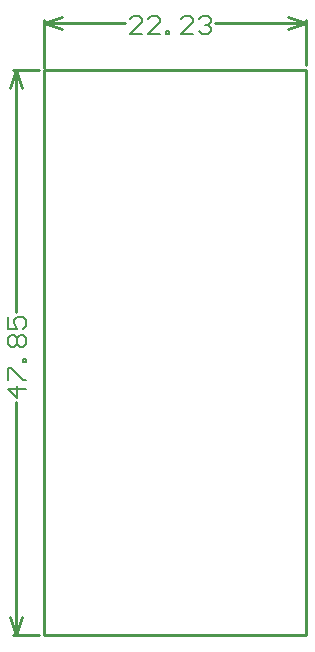
<source format=gko>
G04 Layer_Color=16711935*
%FSLAX24Y24*%
%MOIN*%
G70*
G01*
G75*
%ADD59C,0.0060*%
%ADD101C,0.0100*%
D59*
X-5900Y1231D02*
X-6500D01*
X-6200Y931D01*
Y1331D01*
X-6500Y1531D02*
Y1931D01*
X-6400D01*
X-6000Y1531D01*
X-5900D01*
Y2131D02*
X-6000D01*
Y2231D01*
X-5900D01*
Y2131D01*
X-6400Y2630D02*
X-6500Y2730D01*
Y2930D01*
X-6400Y3030D01*
X-6300D01*
X-6200Y2930D01*
X-6100Y3030D01*
X-6000D01*
X-5900Y2930D01*
Y2730D01*
X-6000Y2630D01*
X-6100D01*
X-6200Y2730D01*
X-6300Y2630D01*
X-6400D01*
X-6200Y2730D02*
Y2930D01*
X-6500Y3630D02*
Y3230D01*
X-6200D01*
X-6300Y3430D01*
Y3530D01*
X-6200Y3630D01*
X-6000D01*
X-5900Y3530D01*
Y3330D01*
X-6000Y3230D01*
X-2060Y13050D02*
X-2459D01*
X-2060Y13449D01*
Y13549D01*
X-2159Y13649D01*
X-2359D01*
X-2459Y13549D01*
X-1460Y13050D02*
X-1860D01*
X-1460Y13449D01*
Y13549D01*
X-1560Y13649D01*
X-1760D01*
X-1860Y13549D01*
X-1260Y13050D02*
Y13150D01*
X-1160D01*
Y13050D01*
X-1260D01*
X-360D02*
X-760D01*
X-360Y13449D01*
Y13549D01*
X-460Y13649D01*
X-660D01*
X-760Y13549D01*
X-160D02*
X-60Y13649D01*
X140D01*
X240Y13549D01*
Y13449D01*
X140Y13349D01*
X40D01*
X140D01*
X240Y13249D01*
Y13150D01*
X140Y13050D01*
X-60D01*
X-160Y13150D01*
D101*
X-6360Y11859D02*
X-5475D01*
X-6360Y-6978D02*
X-5475D01*
X-6260Y3790D02*
Y11859D01*
Y-6978D02*
Y771D01*
X-6460Y11259D02*
X-6260Y11859D01*
X-6060Y11259D01*
X-6260Y-6978D02*
X-6060Y-6378D01*
X-6460D02*
X-6260Y-6978D01*
X3425Y12009D02*
Y13509D01*
X-5325Y11909D02*
Y13509D01*
X400Y13409D02*
X3425D01*
X-5325D02*
X-2619D01*
X2825Y13609D02*
X3425Y13409D01*
X2825Y13209D02*
X3425Y13409D01*
X-5325D02*
X-4725Y13209D01*
X-5325Y13409D02*
X-4725Y13609D01*
X-5325Y11859D02*
X3425D01*
X-5325Y-6978D02*
Y11859D01*
Y-6978D02*
X3425D01*
Y11859D01*
M02*

</source>
